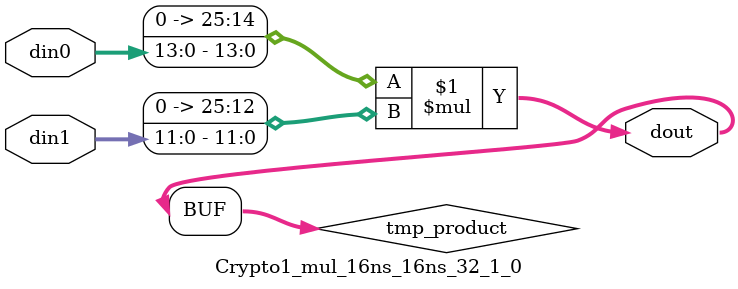
<source format=v>

`timescale 1 ns / 1 ps

  module Crypto1_mul_16ns_16ns_32_1_0(din0, din1, dout);
parameter ID = 1;
parameter NUM_STAGE = 0;
parameter din0_WIDTH = 14;
parameter din1_WIDTH = 12;
parameter dout_WIDTH = 26;

input [din0_WIDTH - 1 : 0] din0; 
input [din1_WIDTH - 1 : 0] din1; 
output [dout_WIDTH - 1 : 0] dout;

wire signed [dout_WIDTH - 1 : 0] tmp_product;










assign tmp_product = $signed({1'b0, din0}) * $signed({1'b0, din1});











assign dout = tmp_product;







endmodule

</source>
